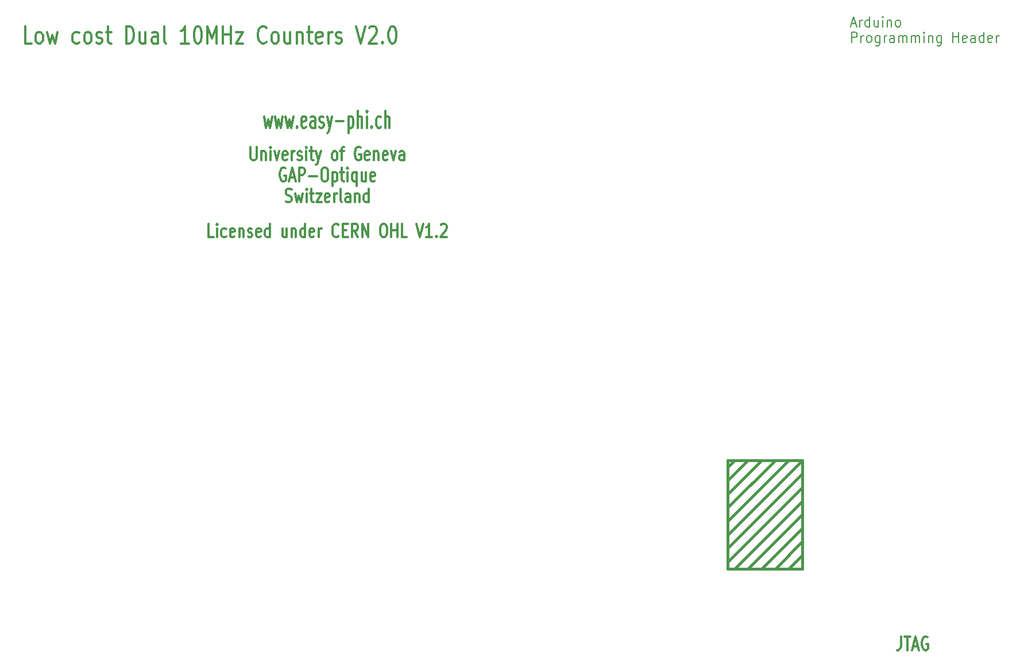
<source format=gto>
G04 (created by PCBNEW (2013-07-07 BZR 4022)-stable) date 02/01/2014 11:02:02*
%MOIN*%
G04 Gerber Fmt 3.4, Leading zero omitted, Abs format*
%FSLAX34Y34*%
G01*
G70*
G90*
G04 APERTURE LIST*
%ADD10C,0.00590551*%
%ADD11C,0.011811*%
%ADD12C,0.00787402*%
%ADD13C,0.015*%
G04 APERTURE END LIST*
G54D10*
G54D11*
X76594Y-56893D02*
X76594Y-57455D01*
X76566Y-57568D01*
X76510Y-57643D01*
X76425Y-57680D01*
X76369Y-57680D01*
X76791Y-56893D02*
X77128Y-56893D01*
X76960Y-57680D02*
X76960Y-56893D01*
X77297Y-57455D02*
X77578Y-57455D01*
X77241Y-57680D02*
X77438Y-56893D01*
X77634Y-57680D01*
X78141Y-56931D02*
X78084Y-56893D01*
X78000Y-56893D01*
X77916Y-56931D01*
X77859Y-57005D01*
X77831Y-57080D01*
X77803Y-57230D01*
X77803Y-57343D01*
X77831Y-57493D01*
X77859Y-57568D01*
X77916Y-57643D01*
X78000Y-57680D01*
X78056Y-57680D01*
X78141Y-57643D01*
X78169Y-57605D01*
X78169Y-57343D01*
X78056Y-57343D01*
X36698Y-33704D02*
X36417Y-33704D01*
X36417Y-32917D01*
X36895Y-33704D02*
X36895Y-33179D01*
X36895Y-32917D02*
X36867Y-32954D01*
X36895Y-32992D01*
X36923Y-32954D01*
X36895Y-32917D01*
X36895Y-32992D01*
X37429Y-33667D02*
X37373Y-33704D01*
X37260Y-33704D01*
X37204Y-33667D01*
X37176Y-33629D01*
X37148Y-33554D01*
X37148Y-33329D01*
X37176Y-33254D01*
X37204Y-33217D01*
X37260Y-33179D01*
X37373Y-33179D01*
X37429Y-33217D01*
X37907Y-33667D02*
X37851Y-33704D01*
X37739Y-33704D01*
X37682Y-33667D01*
X37654Y-33592D01*
X37654Y-33292D01*
X37682Y-33217D01*
X37739Y-33179D01*
X37851Y-33179D01*
X37907Y-33217D01*
X37935Y-33292D01*
X37935Y-33367D01*
X37654Y-33442D01*
X38188Y-33179D02*
X38188Y-33704D01*
X38188Y-33254D02*
X38217Y-33217D01*
X38273Y-33179D01*
X38357Y-33179D01*
X38413Y-33217D01*
X38442Y-33292D01*
X38442Y-33704D01*
X38695Y-33667D02*
X38751Y-33704D01*
X38863Y-33704D01*
X38920Y-33667D01*
X38948Y-33592D01*
X38948Y-33554D01*
X38920Y-33479D01*
X38863Y-33442D01*
X38779Y-33442D01*
X38723Y-33404D01*
X38695Y-33329D01*
X38695Y-33292D01*
X38723Y-33217D01*
X38779Y-33179D01*
X38863Y-33179D01*
X38920Y-33217D01*
X39426Y-33667D02*
X39370Y-33704D01*
X39257Y-33704D01*
X39201Y-33667D01*
X39173Y-33592D01*
X39173Y-33292D01*
X39201Y-33217D01*
X39257Y-33179D01*
X39370Y-33179D01*
X39426Y-33217D01*
X39454Y-33292D01*
X39454Y-33367D01*
X39173Y-33442D01*
X39960Y-33704D02*
X39960Y-32917D01*
X39960Y-33667D02*
X39904Y-33704D01*
X39791Y-33704D01*
X39735Y-33667D01*
X39707Y-33629D01*
X39679Y-33554D01*
X39679Y-33329D01*
X39707Y-33254D01*
X39735Y-33217D01*
X39791Y-33179D01*
X39904Y-33179D01*
X39960Y-33217D01*
X40944Y-33179D02*
X40944Y-33704D01*
X40691Y-33179D02*
X40691Y-33592D01*
X40719Y-33667D01*
X40776Y-33704D01*
X40860Y-33704D01*
X40916Y-33667D01*
X40944Y-33629D01*
X41226Y-33179D02*
X41226Y-33704D01*
X41226Y-33254D02*
X41254Y-33217D01*
X41310Y-33179D01*
X41394Y-33179D01*
X41451Y-33217D01*
X41479Y-33292D01*
X41479Y-33704D01*
X42013Y-33704D02*
X42013Y-32917D01*
X42013Y-33667D02*
X41957Y-33704D01*
X41844Y-33704D01*
X41788Y-33667D01*
X41760Y-33629D01*
X41732Y-33554D01*
X41732Y-33329D01*
X41760Y-33254D01*
X41788Y-33217D01*
X41844Y-33179D01*
X41957Y-33179D01*
X42013Y-33217D01*
X42519Y-33667D02*
X42463Y-33704D01*
X42350Y-33704D01*
X42294Y-33667D01*
X42266Y-33592D01*
X42266Y-33292D01*
X42294Y-33217D01*
X42350Y-33179D01*
X42463Y-33179D01*
X42519Y-33217D01*
X42547Y-33292D01*
X42547Y-33367D01*
X42266Y-33442D01*
X42800Y-33704D02*
X42800Y-33179D01*
X42800Y-33329D02*
X42829Y-33254D01*
X42857Y-33217D01*
X42913Y-33179D01*
X42969Y-33179D01*
X43953Y-33629D02*
X43925Y-33667D01*
X43841Y-33704D01*
X43785Y-33704D01*
X43700Y-33667D01*
X43644Y-33592D01*
X43616Y-33517D01*
X43588Y-33367D01*
X43588Y-33254D01*
X43616Y-33104D01*
X43644Y-33029D01*
X43700Y-32954D01*
X43785Y-32917D01*
X43841Y-32917D01*
X43925Y-32954D01*
X43953Y-32992D01*
X44206Y-33292D02*
X44403Y-33292D01*
X44488Y-33704D02*
X44206Y-33704D01*
X44206Y-32917D01*
X44488Y-32917D01*
X45078Y-33704D02*
X44881Y-33329D01*
X44741Y-33704D02*
X44741Y-32917D01*
X44966Y-32917D01*
X45022Y-32954D01*
X45050Y-32992D01*
X45078Y-33067D01*
X45078Y-33179D01*
X45050Y-33254D01*
X45022Y-33292D01*
X44966Y-33329D01*
X44741Y-33329D01*
X45331Y-33704D02*
X45331Y-32917D01*
X45669Y-33704D01*
X45669Y-32917D01*
X46512Y-32917D02*
X46625Y-32917D01*
X46681Y-32954D01*
X46737Y-33029D01*
X46766Y-33179D01*
X46766Y-33442D01*
X46737Y-33592D01*
X46681Y-33667D01*
X46625Y-33704D01*
X46512Y-33704D01*
X46456Y-33667D01*
X46400Y-33592D01*
X46372Y-33442D01*
X46372Y-33179D01*
X46400Y-33029D01*
X46456Y-32954D01*
X46512Y-32917D01*
X47019Y-33704D02*
X47019Y-32917D01*
X47019Y-33292D02*
X47356Y-33292D01*
X47356Y-33704D02*
X47356Y-32917D01*
X47919Y-33704D02*
X47637Y-33704D01*
X47637Y-32917D01*
X48481Y-32917D02*
X48678Y-33704D01*
X48875Y-32917D01*
X49381Y-33704D02*
X49043Y-33704D01*
X49212Y-33704D02*
X49212Y-32917D01*
X49156Y-33029D01*
X49100Y-33104D01*
X49043Y-33142D01*
X49634Y-33629D02*
X49662Y-33667D01*
X49634Y-33704D01*
X49606Y-33667D01*
X49634Y-33629D01*
X49634Y-33704D01*
X49887Y-32992D02*
X49915Y-32954D01*
X49971Y-32917D01*
X50112Y-32917D01*
X50168Y-32954D01*
X50196Y-32992D01*
X50224Y-33067D01*
X50224Y-33142D01*
X50196Y-33254D01*
X49859Y-33704D01*
X50224Y-33704D01*
X26152Y-22445D02*
X25778Y-22445D01*
X25778Y-21461D01*
X26527Y-22445D02*
X26452Y-22398D01*
X26415Y-22351D01*
X26377Y-22258D01*
X26377Y-21976D01*
X26415Y-21883D01*
X26452Y-21836D01*
X26527Y-21789D01*
X26640Y-21789D01*
X26715Y-21836D01*
X26752Y-21883D01*
X26790Y-21976D01*
X26790Y-22258D01*
X26752Y-22351D01*
X26715Y-22398D01*
X26640Y-22445D01*
X26527Y-22445D01*
X27052Y-21789D02*
X27202Y-22445D01*
X27352Y-21976D01*
X27502Y-22445D01*
X27652Y-21789D01*
X28890Y-22398D02*
X28815Y-22445D01*
X28665Y-22445D01*
X28590Y-22398D01*
X28552Y-22351D01*
X28515Y-22258D01*
X28515Y-21976D01*
X28552Y-21883D01*
X28590Y-21836D01*
X28665Y-21789D01*
X28815Y-21789D01*
X28890Y-21836D01*
X29340Y-22445D02*
X29265Y-22398D01*
X29227Y-22351D01*
X29190Y-22258D01*
X29190Y-21976D01*
X29227Y-21883D01*
X29265Y-21836D01*
X29340Y-21789D01*
X29452Y-21789D01*
X29527Y-21836D01*
X29565Y-21883D01*
X29602Y-21976D01*
X29602Y-22258D01*
X29565Y-22351D01*
X29527Y-22398D01*
X29452Y-22445D01*
X29340Y-22445D01*
X29902Y-22398D02*
X29977Y-22445D01*
X30127Y-22445D01*
X30202Y-22398D01*
X30239Y-22305D01*
X30239Y-22258D01*
X30202Y-22164D01*
X30127Y-22117D01*
X30014Y-22117D01*
X29940Y-22070D01*
X29902Y-21976D01*
X29902Y-21930D01*
X29940Y-21836D01*
X30014Y-21789D01*
X30127Y-21789D01*
X30202Y-21836D01*
X30464Y-21789D02*
X30764Y-21789D01*
X30577Y-21461D02*
X30577Y-22305D01*
X30614Y-22398D01*
X30689Y-22445D01*
X30764Y-22445D01*
X31627Y-22445D02*
X31627Y-21461D01*
X31814Y-21461D01*
X31927Y-21508D01*
X32002Y-21601D01*
X32039Y-21695D01*
X32077Y-21883D01*
X32077Y-22023D01*
X32039Y-22211D01*
X32002Y-22305D01*
X31927Y-22398D01*
X31814Y-22445D01*
X31627Y-22445D01*
X32752Y-21789D02*
X32752Y-22445D01*
X32414Y-21789D02*
X32414Y-22305D01*
X32452Y-22398D01*
X32527Y-22445D01*
X32639Y-22445D01*
X32714Y-22398D01*
X32752Y-22351D01*
X33464Y-22445D02*
X33464Y-21930D01*
X33427Y-21836D01*
X33352Y-21789D01*
X33202Y-21789D01*
X33127Y-21836D01*
X33464Y-22398D02*
X33389Y-22445D01*
X33202Y-22445D01*
X33127Y-22398D01*
X33089Y-22305D01*
X33089Y-22211D01*
X33127Y-22117D01*
X33202Y-22070D01*
X33389Y-22070D01*
X33464Y-22023D01*
X33952Y-22445D02*
X33877Y-22398D01*
X33839Y-22305D01*
X33839Y-21461D01*
X35264Y-22445D02*
X34814Y-22445D01*
X35039Y-22445D02*
X35039Y-21461D01*
X34964Y-21601D01*
X34889Y-21695D01*
X34814Y-21742D01*
X35751Y-21461D02*
X35826Y-21461D01*
X35901Y-21508D01*
X35939Y-21555D01*
X35976Y-21648D01*
X36014Y-21836D01*
X36014Y-22070D01*
X35976Y-22258D01*
X35939Y-22351D01*
X35901Y-22398D01*
X35826Y-22445D01*
X35751Y-22445D01*
X35676Y-22398D01*
X35639Y-22351D01*
X35601Y-22258D01*
X35564Y-22070D01*
X35564Y-21836D01*
X35601Y-21648D01*
X35639Y-21555D01*
X35676Y-21508D01*
X35751Y-21461D01*
X36351Y-22445D02*
X36351Y-21461D01*
X36614Y-22164D01*
X36876Y-21461D01*
X36876Y-22445D01*
X37251Y-22445D02*
X37251Y-21461D01*
X37251Y-21930D02*
X37701Y-21930D01*
X37701Y-22445D02*
X37701Y-21461D01*
X38001Y-21789D02*
X38413Y-21789D01*
X38001Y-22445D01*
X38413Y-22445D01*
X39763Y-22351D02*
X39726Y-22398D01*
X39613Y-22445D01*
X39538Y-22445D01*
X39426Y-22398D01*
X39351Y-22305D01*
X39313Y-22211D01*
X39276Y-22023D01*
X39276Y-21883D01*
X39313Y-21695D01*
X39351Y-21601D01*
X39426Y-21508D01*
X39538Y-21461D01*
X39613Y-21461D01*
X39726Y-21508D01*
X39763Y-21555D01*
X40213Y-22445D02*
X40138Y-22398D01*
X40101Y-22351D01*
X40063Y-22258D01*
X40063Y-21976D01*
X40101Y-21883D01*
X40138Y-21836D01*
X40213Y-21789D01*
X40326Y-21789D01*
X40401Y-21836D01*
X40438Y-21883D01*
X40476Y-21976D01*
X40476Y-22258D01*
X40438Y-22351D01*
X40401Y-22398D01*
X40326Y-22445D01*
X40213Y-22445D01*
X41151Y-21789D02*
X41151Y-22445D01*
X40813Y-21789D02*
X40813Y-22305D01*
X40851Y-22398D01*
X40926Y-22445D01*
X41038Y-22445D01*
X41113Y-22398D01*
X41151Y-22351D01*
X41526Y-21789D02*
X41526Y-22445D01*
X41526Y-21883D02*
X41563Y-21836D01*
X41638Y-21789D01*
X41751Y-21789D01*
X41826Y-21836D01*
X41863Y-21930D01*
X41863Y-22445D01*
X42125Y-21789D02*
X42425Y-21789D01*
X42238Y-21461D02*
X42238Y-22305D01*
X42275Y-22398D01*
X42350Y-22445D01*
X42425Y-22445D01*
X42988Y-22398D02*
X42913Y-22445D01*
X42763Y-22445D01*
X42688Y-22398D01*
X42650Y-22305D01*
X42650Y-21930D01*
X42688Y-21836D01*
X42763Y-21789D01*
X42913Y-21789D01*
X42988Y-21836D01*
X43025Y-21930D01*
X43025Y-22023D01*
X42650Y-22117D01*
X43363Y-22445D02*
X43363Y-21789D01*
X43363Y-21976D02*
X43400Y-21883D01*
X43438Y-21836D01*
X43513Y-21789D01*
X43588Y-21789D01*
X43813Y-22398D02*
X43888Y-22445D01*
X44038Y-22445D01*
X44113Y-22398D01*
X44150Y-22305D01*
X44150Y-22258D01*
X44113Y-22164D01*
X44038Y-22117D01*
X43925Y-22117D01*
X43850Y-22070D01*
X43813Y-21976D01*
X43813Y-21930D01*
X43850Y-21836D01*
X43925Y-21789D01*
X44038Y-21789D01*
X44113Y-21836D01*
X44975Y-21461D02*
X45238Y-22445D01*
X45500Y-21461D01*
X45725Y-21555D02*
X45763Y-21508D01*
X45838Y-21461D01*
X46025Y-21461D01*
X46100Y-21508D01*
X46137Y-21555D01*
X46175Y-21648D01*
X46175Y-21742D01*
X46137Y-21883D01*
X45688Y-22445D01*
X46175Y-22445D01*
X46512Y-22351D02*
X46550Y-22398D01*
X46512Y-22445D01*
X46475Y-22398D01*
X46512Y-22351D01*
X46512Y-22445D01*
X47037Y-21461D02*
X47112Y-21461D01*
X47187Y-21508D01*
X47225Y-21555D01*
X47262Y-21648D01*
X47300Y-21836D01*
X47300Y-22070D01*
X47262Y-22258D01*
X47225Y-22351D01*
X47187Y-22398D01*
X47112Y-22445D01*
X47037Y-22445D01*
X46962Y-22398D01*
X46925Y-22351D01*
X46887Y-22258D01*
X46850Y-22070D01*
X46850Y-21836D01*
X46887Y-21648D01*
X46925Y-21555D01*
X46962Y-21508D01*
X47037Y-21461D01*
X39637Y-26691D02*
X39749Y-27347D01*
X39862Y-26878D01*
X39974Y-27347D01*
X40087Y-26691D01*
X40255Y-26691D02*
X40368Y-27347D01*
X40480Y-26878D01*
X40593Y-27347D01*
X40705Y-26691D01*
X40874Y-26691D02*
X40987Y-27347D01*
X41099Y-26878D01*
X41212Y-27347D01*
X41324Y-26691D01*
X41549Y-27253D02*
X41577Y-27300D01*
X41549Y-27347D01*
X41521Y-27300D01*
X41549Y-27253D01*
X41549Y-27347D01*
X42055Y-27300D02*
X41999Y-27347D01*
X41886Y-27347D01*
X41830Y-27300D01*
X41802Y-27206D01*
X41802Y-26831D01*
X41830Y-26737D01*
X41886Y-26691D01*
X41999Y-26691D01*
X42055Y-26737D01*
X42083Y-26831D01*
X42083Y-26925D01*
X41802Y-27019D01*
X42589Y-27347D02*
X42589Y-26831D01*
X42561Y-26737D01*
X42505Y-26691D01*
X42393Y-26691D01*
X42336Y-26737D01*
X42589Y-27300D02*
X42533Y-27347D01*
X42393Y-27347D01*
X42336Y-27300D01*
X42308Y-27206D01*
X42308Y-27112D01*
X42336Y-27019D01*
X42393Y-26972D01*
X42533Y-26972D01*
X42589Y-26925D01*
X42843Y-27300D02*
X42899Y-27347D01*
X43011Y-27347D01*
X43068Y-27300D01*
X43096Y-27206D01*
X43096Y-27159D01*
X43068Y-27065D01*
X43011Y-27019D01*
X42927Y-27019D01*
X42871Y-26972D01*
X42843Y-26878D01*
X42843Y-26831D01*
X42871Y-26737D01*
X42927Y-26691D01*
X43011Y-26691D01*
X43068Y-26737D01*
X43293Y-26691D02*
X43433Y-27347D01*
X43574Y-26691D02*
X43433Y-27347D01*
X43377Y-27581D01*
X43349Y-27628D01*
X43293Y-27675D01*
X43799Y-26972D02*
X44249Y-26972D01*
X44530Y-26691D02*
X44530Y-27675D01*
X44530Y-26737D02*
X44586Y-26691D01*
X44699Y-26691D01*
X44755Y-26737D01*
X44783Y-26784D01*
X44811Y-26878D01*
X44811Y-27159D01*
X44783Y-27253D01*
X44755Y-27300D01*
X44699Y-27347D01*
X44586Y-27347D01*
X44530Y-27300D01*
X45064Y-27347D02*
X45064Y-26362D01*
X45317Y-27347D02*
X45317Y-26831D01*
X45289Y-26737D01*
X45233Y-26691D01*
X45149Y-26691D01*
X45092Y-26737D01*
X45064Y-26784D01*
X45598Y-27347D02*
X45598Y-26691D01*
X45598Y-26362D02*
X45570Y-26409D01*
X45598Y-26456D01*
X45627Y-26409D01*
X45598Y-26362D01*
X45598Y-26456D01*
X45880Y-27253D02*
X45908Y-27300D01*
X45880Y-27347D01*
X45852Y-27300D01*
X45880Y-27253D01*
X45880Y-27347D01*
X46414Y-27300D02*
X46358Y-27347D01*
X46245Y-27347D01*
X46189Y-27300D01*
X46161Y-27253D01*
X46133Y-27159D01*
X46133Y-26878D01*
X46161Y-26784D01*
X46189Y-26737D01*
X46245Y-26691D01*
X46358Y-26691D01*
X46414Y-26737D01*
X46667Y-27347D02*
X46667Y-26362D01*
X46920Y-27347D02*
X46920Y-26831D01*
X46892Y-26737D01*
X46836Y-26691D01*
X46751Y-26691D01*
X46695Y-26737D01*
X46667Y-26784D01*
G54D12*
X73707Y-21310D02*
X73969Y-21310D01*
X73654Y-21479D02*
X73838Y-20888D01*
X74022Y-21479D01*
X74206Y-21479D02*
X74206Y-21085D01*
X74206Y-21197D02*
X74232Y-21141D01*
X74258Y-21113D01*
X74311Y-21085D01*
X74363Y-21085D01*
X74783Y-21479D02*
X74783Y-20888D01*
X74783Y-21451D02*
X74730Y-21479D01*
X74625Y-21479D01*
X74573Y-21451D01*
X74547Y-21422D01*
X74520Y-21366D01*
X74520Y-21197D01*
X74547Y-21141D01*
X74573Y-21113D01*
X74625Y-21085D01*
X74730Y-21085D01*
X74783Y-21113D01*
X75282Y-21085D02*
X75282Y-21479D01*
X75045Y-21085D02*
X75045Y-21394D01*
X75072Y-21451D01*
X75124Y-21479D01*
X75203Y-21479D01*
X75255Y-21451D01*
X75282Y-21422D01*
X75544Y-21479D02*
X75544Y-21085D01*
X75544Y-20888D02*
X75518Y-20916D01*
X75544Y-20944D01*
X75570Y-20916D01*
X75544Y-20888D01*
X75544Y-20944D01*
X75807Y-21085D02*
X75807Y-21479D01*
X75807Y-21141D02*
X75833Y-21113D01*
X75885Y-21085D01*
X75964Y-21085D01*
X76017Y-21113D01*
X76043Y-21169D01*
X76043Y-21479D01*
X76384Y-21479D02*
X76332Y-21451D01*
X76305Y-21422D01*
X76279Y-21366D01*
X76279Y-21197D01*
X76305Y-21141D01*
X76332Y-21113D01*
X76384Y-21085D01*
X76463Y-21085D01*
X76515Y-21113D01*
X76541Y-21141D01*
X76568Y-21197D01*
X76568Y-21366D01*
X76541Y-21422D01*
X76515Y-21451D01*
X76463Y-21479D01*
X76384Y-21479D01*
X73733Y-22384D02*
X73733Y-21794D01*
X73943Y-21794D01*
X73996Y-21822D01*
X74022Y-21850D01*
X74048Y-21906D01*
X74048Y-21991D01*
X74022Y-22047D01*
X73996Y-22075D01*
X73943Y-22103D01*
X73733Y-22103D01*
X74284Y-22384D02*
X74284Y-21991D01*
X74284Y-22103D02*
X74311Y-22047D01*
X74337Y-22019D01*
X74389Y-21991D01*
X74442Y-21991D01*
X74704Y-22384D02*
X74652Y-22356D01*
X74625Y-22328D01*
X74599Y-22272D01*
X74599Y-22103D01*
X74625Y-22047D01*
X74652Y-22019D01*
X74704Y-21991D01*
X74783Y-21991D01*
X74835Y-22019D01*
X74862Y-22047D01*
X74888Y-22103D01*
X74888Y-22272D01*
X74862Y-22328D01*
X74835Y-22356D01*
X74783Y-22384D01*
X74704Y-22384D01*
X75360Y-21991D02*
X75360Y-22469D01*
X75334Y-22525D01*
X75308Y-22553D01*
X75255Y-22581D01*
X75177Y-22581D01*
X75124Y-22553D01*
X75360Y-22356D02*
X75308Y-22384D01*
X75203Y-22384D01*
X75150Y-22356D01*
X75124Y-22328D01*
X75098Y-22272D01*
X75098Y-22103D01*
X75124Y-22047D01*
X75150Y-22019D01*
X75203Y-21991D01*
X75308Y-21991D01*
X75360Y-22019D01*
X75623Y-22384D02*
X75623Y-21991D01*
X75623Y-22103D02*
X75649Y-22047D01*
X75675Y-22019D01*
X75728Y-21991D01*
X75780Y-21991D01*
X76200Y-22384D02*
X76200Y-22075D01*
X76174Y-22019D01*
X76122Y-21991D01*
X76017Y-21991D01*
X75964Y-22019D01*
X76200Y-22356D02*
X76148Y-22384D01*
X76017Y-22384D01*
X75964Y-22356D01*
X75938Y-22300D01*
X75938Y-22244D01*
X75964Y-22187D01*
X76017Y-22159D01*
X76148Y-22159D01*
X76200Y-22131D01*
X76463Y-22384D02*
X76463Y-21991D01*
X76463Y-22047D02*
X76489Y-22019D01*
X76541Y-21991D01*
X76620Y-21991D01*
X76673Y-22019D01*
X76699Y-22075D01*
X76699Y-22384D01*
X76699Y-22075D02*
X76725Y-22019D01*
X76778Y-21991D01*
X76856Y-21991D01*
X76909Y-22019D01*
X76935Y-22075D01*
X76935Y-22384D01*
X77198Y-22384D02*
X77198Y-21991D01*
X77198Y-22047D02*
X77224Y-22019D01*
X77276Y-21991D01*
X77355Y-21991D01*
X77408Y-22019D01*
X77434Y-22075D01*
X77434Y-22384D01*
X77434Y-22075D02*
X77460Y-22019D01*
X77513Y-21991D01*
X77591Y-21991D01*
X77644Y-22019D01*
X77670Y-22075D01*
X77670Y-22384D01*
X77933Y-22384D02*
X77933Y-21991D01*
X77933Y-21794D02*
X77906Y-21822D01*
X77933Y-21850D01*
X77959Y-21822D01*
X77933Y-21794D01*
X77933Y-21850D01*
X78195Y-21991D02*
X78195Y-22384D01*
X78195Y-22047D02*
X78221Y-22019D01*
X78274Y-21991D01*
X78353Y-21991D01*
X78405Y-22019D01*
X78431Y-22075D01*
X78431Y-22384D01*
X78930Y-21991D02*
X78930Y-22469D01*
X78904Y-22525D01*
X78877Y-22553D01*
X78825Y-22581D01*
X78746Y-22581D01*
X78694Y-22553D01*
X78930Y-22356D02*
X78877Y-22384D01*
X78772Y-22384D01*
X78720Y-22356D01*
X78694Y-22328D01*
X78667Y-22272D01*
X78667Y-22103D01*
X78694Y-22047D01*
X78720Y-22019D01*
X78772Y-21991D01*
X78877Y-21991D01*
X78930Y-22019D01*
X79612Y-22384D02*
X79612Y-21794D01*
X79612Y-22075D02*
X79927Y-22075D01*
X79927Y-22384D02*
X79927Y-21794D01*
X80400Y-22356D02*
X80347Y-22384D01*
X80242Y-22384D01*
X80190Y-22356D01*
X80164Y-22300D01*
X80164Y-22075D01*
X80190Y-22019D01*
X80242Y-21991D01*
X80347Y-21991D01*
X80400Y-22019D01*
X80426Y-22075D01*
X80426Y-22131D01*
X80164Y-22187D01*
X80898Y-22384D02*
X80898Y-22075D01*
X80872Y-22019D01*
X80820Y-21991D01*
X80715Y-21991D01*
X80662Y-22019D01*
X80898Y-22356D02*
X80846Y-22384D01*
X80715Y-22384D01*
X80662Y-22356D01*
X80636Y-22300D01*
X80636Y-22244D01*
X80662Y-22187D01*
X80715Y-22159D01*
X80846Y-22159D01*
X80898Y-22131D01*
X81397Y-22384D02*
X81397Y-21794D01*
X81397Y-22356D02*
X81345Y-22384D01*
X81240Y-22384D01*
X81187Y-22356D01*
X81161Y-22328D01*
X81135Y-22272D01*
X81135Y-22103D01*
X81161Y-22047D01*
X81187Y-22019D01*
X81240Y-21991D01*
X81345Y-21991D01*
X81397Y-22019D01*
X81870Y-22356D02*
X81817Y-22384D01*
X81712Y-22384D01*
X81660Y-22356D01*
X81633Y-22300D01*
X81633Y-22075D01*
X81660Y-22019D01*
X81712Y-21991D01*
X81817Y-21991D01*
X81870Y-22019D01*
X81896Y-22075D01*
X81896Y-22131D01*
X81633Y-22187D01*
X82132Y-22384D02*
X82132Y-21991D01*
X82132Y-22103D02*
X82158Y-22047D01*
X82185Y-22019D01*
X82237Y-21991D01*
X82290Y-21991D01*
G54D11*
X38849Y-28448D02*
X38849Y-29086D01*
X38877Y-29161D01*
X38906Y-29198D01*
X38962Y-29236D01*
X39074Y-29236D01*
X39131Y-29198D01*
X39159Y-29161D01*
X39187Y-29086D01*
X39187Y-28448D01*
X39468Y-28711D02*
X39468Y-29236D01*
X39468Y-28786D02*
X39496Y-28748D01*
X39552Y-28711D01*
X39637Y-28711D01*
X39693Y-28748D01*
X39721Y-28823D01*
X39721Y-29236D01*
X40002Y-29236D02*
X40002Y-28711D01*
X40002Y-28448D02*
X39974Y-28486D01*
X40002Y-28523D01*
X40030Y-28486D01*
X40002Y-28448D01*
X40002Y-28523D01*
X40227Y-28711D02*
X40368Y-29236D01*
X40508Y-28711D01*
X40958Y-29198D02*
X40902Y-29236D01*
X40790Y-29236D01*
X40733Y-29198D01*
X40705Y-29123D01*
X40705Y-28823D01*
X40733Y-28748D01*
X40790Y-28711D01*
X40902Y-28711D01*
X40958Y-28748D01*
X40987Y-28823D01*
X40987Y-28898D01*
X40705Y-28973D01*
X41240Y-29236D02*
X41240Y-28711D01*
X41240Y-28861D02*
X41268Y-28786D01*
X41296Y-28748D01*
X41352Y-28711D01*
X41408Y-28711D01*
X41577Y-29198D02*
X41633Y-29236D01*
X41746Y-29236D01*
X41802Y-29198D01*
X41830Y-29123D01*
X41830Y-29086D01*
X41802Y-29011D01*
X41746Y-28973D01*
X41661Y-28973D01*
X41605Y-28936D01*
X41577Y-28861D01*
X41577Y-28823D01*
X41605Y-28748D01*
X41661Y-28711D01*
X41746Y-28711D01*
X41802Y-28748D01*
X42083Y-29236D02*
X42083Y-28711D01*
X42083Y-28448D02*
X42055Y-28486D01*
X42083Y-28523D01*
X42111Y-28486D01*
X42083Y-28448D01*
X42083Y-28523D01*
X42280Y-28711D02*
X42505Y-28711D01*
X42365Y-28448D02*
X42365Y-29123D01*
X42393Y-29198D01*
X42449Y-29236D01*
X42505Y-29236D01*
X42646Y-28711D02*
X42786Y-29236D01*
X42927Y-28711D02*
X42786Y-29236D01*
X42730Y-29423D01*
X42702Y-29461D01*
X42646Y-29498D01*
X43686Y-29236D02*
X43630Y-29198D01*
X43602Y-29161D01*
X43574Y-29086D01*
X43574Y-28861D01*
X43602Y-28786D01*
X43630Y-28748D01*
X43686Y-28711D01*
X43771Y-28711D01*
X43827Y-28748D01*
X43855Y-28786D01*
X43883Y-28861D01*
X43883Y-29086D01*
X43855Y-29161D01*
X43827Y-29198D01*
X43771Y-29236D01*
X43686Y-29236D01*
X44052Y-28711D02*
X44277Y-28711D01*
X44136Y-29236D02*
X44136Y-28561D01*
X44164Y-28486D01*
X44221Y-28448D01*
X44277Y-28448D01*
X45233Y-28486D02*
X45177Y-28448D01*
X45092Y-28448D01*
X45008Y-28486D01*
X44952Y-28561D01*
X44924Y-28636D01*
X44895Y-28786D01*
X44895Y-28898D01*
X44924Y-29048D01*
X44952Y-29123D01*
X45008Y-29198D01*
X45092Y-29236D01*
X45149Y-29236D01*
X45233Y-29198D01*
X45261Y-29161D01*
X45261Y-28898D01*
X45149Y-28898D01*
X45739Y-29198D02*
X45683Y-29236D01*
X45570Y-29236D01*
X45514Y-29198D01*
X45486Y-29123D01*
X45486Y-28823D01*
X45514Y-28748D01*
X45570Y-28711D01*
X45683Y-28711D01*
X45739Y-28748D01*
X45767Y-28823D01*
X45767Y-28898D01*
X45486Y-28973D01*
X46020Y-28711D02*
X46020Y-29236D01*
X46020Y-28786D02*
X46048Y-28748D01*
X46105Y-28711D01*
X46189Y-28711D01*
X46245Y-28748D01*
X46273Y-28823D01*
X46273Y-29236D01*
X46780Y-29198D02*
X46723Y-29236D01*
X46611Y-29236D01*
X46555Y-29198D01*
X46526Y-29123D01*
X46526Y-28823D01*
X46555Y-28748D01*
X46611Y-28711D01*
X46723Y-28711D01*
X46780Y-28748D01*
X46808Y-28823D01*
X46808Y-28898D01*
X46526Y-28973D01*
X47005Y-28711D02*
X47145Y-29236D01*
X47286Y-28711D01*
X47764Y-29236D02*
X47764Y-28823D01*
X47736Y-28748D01*
X47679Y-28711D01*
X47567Y-28711D01*
X47511Y-28748D01*
X47764Y-29198D02*
X47708Y-29236D01*
X47567Y-29236D01*
X47511Y-29198D01*
X47483Y-29123D01*
X47483Y-29048D01*
X47511Y-28973D01*
X47567Y-28936D01*
X47708Y-28936D01*
X47764Y-28898D01*
X40874Y-29706D02*
X40818Y-29669D01*
X40733Y-29669D01*
X40649Y-29706D01*
X40593Y-29781D01*
X40565Y-29856D01*
X40537Y-30006D01*
X40537Y-30119D01*
X40565Y-30269D01*
X40593Y-30344D01*
X40649Y-30419D01*
X40733Y-30456D01*
X40790Y-30456D01*
X40874Y-30419D01*
X40902Y-30381D01*
X40902Y-30119D01*
X40790Y-30119D01*
X41127Y-30231D02*
X41408Y-30231D01*
X41071Y-30456D02*
X41268Y-29669D01*
X41465Y-30456D01*
X41661Y-30456D02*
X41661Y-29669D01*
X41886Y-29669D01*
X41943Y-29706D01*
X41971Y-29744D01*
X41999Y-29819D01*
X41999Y-29931D01*
X41971Y-30006D01*
X41943Y-30044D01*
X41886Y-30081D01*
X41661Y-30081D01*
X42252Y-30156D02*
X42702Y-30156D01*
X43096Y-29669D02*
X43208Y-29669D01*
X43264Y-29706D01*
X43321Y-29781D01*
X43349Y-29931D01*
X43349Y-30194D01*
X43321Y-30344D01*
X43264Y-30419D01*
X43208Y-30456D01*
X43096Y-30456D01*
X43039Y-30419D01*
X42983Y-30344D01*
X42955Y-30194D01*
X42955Y-29931D01*
X42983Y-29781D01*
X43039Y-29706D01*
X43096Y-29669D01*
X43602Y-29931D02*
X43602Y-30718D01*
X43602Y-29969D02*
X43658Y-29931D01*
X43771Y-29931D01*
X43827Y-29969D01*
X43855Y-30006D01*
X43883Y-30081D01*
X43883Y-30306D01*
X43855Y-30381D01*
X43827Y-30419D01*
X43771Y-30456D01*
X43658Y-30456D01*
X43602Y-30419D01*
X44052Y-29931D02*
X44277Y-29931D01*
X44136Y-29669D02*
X44136Y-30344D01*
X44164Y-30419D01*
X44221Y-30456D01*
X44277Y-30456D01*
X44474Y-30456D02*
X44474Y-29931D01*
X44474Y-29669D02*
X44446Y-29706D01*
X44474Y-29744D01*
X44502Y-29706D01*
X44474Y-29669D01*
X44474Y-29744D01*
X45008Y-29931D02*
X45008Y-30718D01*
X45008Y-30419D02*
X44952Y-30456D01*
X44839Y-30456D01*
X44783Y-30419D01*
X44755Y-30381D01*
X44727Y-30306D01*
X44727Y-30081D01*
X44755Y-30006D01*
X44783Y-29969D01*
X44839Y-29931D01*
X44952Y-29931D01*
X45008Y-29969D01*
X45542Y-29931D02*
X45542Y-30456D01*
X45289Y-29931D02*
X45289Y-30344D01*
X45317Y-30419D01*
X45374Y-30456D01*
X45458Y-30456D01*
X45514Y-30419D01*
X45542Y-30381D01*
X46048Y-30419D02*
X45992Y-30456D01*
X45880Y-30456D01*
X45823Y-30419D01*
X45795Y-30344D01*
X45795Y-30044D01*
X45823Y-29969D01*
X45880Y-29931D01*
X45992Y-29931D01*
X46048Y-29969D01*
X46077Y-30044D01*
X46077Y-30119D01*
X45795Y-30194D01*
X40888Y-31639D02*
X40973Y-31676D01*
X41113Y-31676D01*
X41169Y-31639D01*
X41197Y-31601D01*
X41226Y-31526D01*
X41226Y-31452D01*
X41197Y-31377D01*
X41169Y-31339D01*
X41113Y-31302D01*
X41001Y-31264D01*
X40944Y-31227D01*
X40916Y-31189D01*
X40888Y-31114D01*
X40888Y-31039D01*
X40916Y-30964D01*
X40944Y-30927D01*
X41001Y-30889D01*
X41141Y-30889D01*
X41226Y-30927D01*
X41422Y-31152D02*
X41535Y-31676D01*
X41647Y-31302D01*
X41760Y-31676D01*
X41872Y-31152D01*
X42097Y-31676D02*
X42097Y-31152D01*
X42097Y-30889D02*
X42069Y-30927D01*
X42097Y-30964D01*
X42125Y-30927D01*
X42097Y-30889D01*
X42097Y-30964D01*
X42294Y-31152D02*
X42519Y-31152D01*
X42379Y-30889D02*
X42379Y-31564D01*
X42407Y-31639D01*
X42463Y-31676D01*
X42519Y-31676D01*
X42660Y-31152D02*
X42969Y-31152D01*
X42660Y-31676D01*
X42969Y-31676D01*
X43419Y-31639D02*
X43363Y-31676D01*
X43250Y-31676D01*
X43194Y-31639D01*
X43166Y-31564D01*
X43166Y-31264D01*
X43194Y-31189D01*
X43250Y-31152D01*
X43363Y-31152D01*
X43419Y-31189D01*
X43447Y-31264D01*
X43447Y-31339D01*
X43166Y-31414D01*
X43700Y-31676D02*
X43700Y-31152D01*
X43700Y-31302D02*
X43728Y-31227D01*
X43757Y-31189D01*
X43813Y-31152D01*
X43869Y-31152D01*
X44150Y-31676D02*
X44094Y-31639D01*
X44066Y-31564D01*
X44066Y-30889D01*
X44628Y-31676D02*
X44628Y-31264D01*
X44600Y-31189D01*
X44544Y-31152D01*
X44431Y-31152D01*
X44375Y-31189D01*
X44628Y-31639D02*
X44572Y-31676D01*
X44431Y-31676D01*
X44375Y-31639D01*
X44347Y-31564D01*
X44347Y-31489D01*
X44375Y-31414D01*
X44431Y-31377D01*
X44572Y-31377D01*
X44628Y-31339D01*
X44910Y-31152D02*
X44910Y-31676D01*
X44910Y-31227D02*
X44938Y-31189D01*
X44994Y-31152D01*
X45078Y-31152D01*
X45134Y-31189D01*
X45163Y-31264D01*
X45163Y-31676D01*
X45697Y-31676D02*
X45697Y-30889D01*
X45697Y-31639D02*
X45641Y-31676D01*
X45528Y-31676D01*
X45472Y-31639D01*
X45444Y-31601D01*
X45416Y-31526D01*
X45416Y-31302D01*
X45444Y-31227D01*
X45472Y-31189D01*
X45528Y-31152D01*
X45641Y-31152D01*
X45697Y-31189D01*
G54D13*
X66535Y-47047D02*
X66929Y-46653D01*
X66535Y-47834D02*
X67716Y-46653D01*
X66535Y-48622D02*
X68503Y-46653D01*
X66535Y-49409D02*
X69291Y-46653D01*
X66535Y-50196D02*
X70078Y-46653D01*
X66535Y-50984D02*
X70866Y-46653D01*
X66535Y-51771D02*
X70866Y-47440D01*
X66535Y-52559D02*
X70866Y-48228D01*
X66929Y-52952D02*
X70866Y-49015D01*
X67716Y-52952D02*
X70866Y-49803D01*
X68503Y-52952D02*
X70866Y-50590D01*
X69291Y-52952D02*
X70866Y-51377D01*
X70078Y-52952D02*
X70866Y-52165D01*
X66535Y-52952D02*
X66535Y-46653D01*
X70866Y-52952D02*
X70866Y-46653D01*
X70866Y-46653D02*
X66535Y-46653D01*
X66535Y-52952D02*
X70866Y-52952D01*
M02*

</source>
